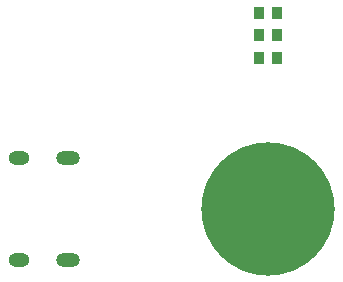
<source format=gbr>
G04 Layer_Color=255*
%FSLAX25Y25*%
%MOIN*%
%TF.FileFunction,Pads,Top*%
%TF.Part,Single*%
G01*
G75*
%TA.AperFunction,SMDPad*%
%ADD10R,0.03661X0.03858*%
%TA.AperFunction,ViaPad*%
%ADD13O,0.07874X0.04724*%
%TA.AperFunction,ViaPad*%
%ADD14O,0.07087X0.04724*%
%TA.AperFunction,ViaPad*%
%ADD15R,0.00394X0.00394*%
%TA.AperFunction,ConnectorPad*%
%ADD16C,0.44488*%
D10*
X390669Y459000D02*
D03*
X396732D02*
D03*
X396732Y444000D02*
D03*
X390669D02*
D03*
X390669Y451500D02*
D03*
X396732D02*
D03*
D13*
X327028Y376693D02*
D03*
Y410709D02*
D03*
D14*
X310571D02*
D03*
Y376693D02*
D03*
D15*
X324941Y382323D02*
D03*
Y405079D02*
D03*
D16*
X393701Y393701D02*
D03*
%TF.MD5,38344D5D7A89057340FA066C4BE06A8F*%
M02*

</source>
